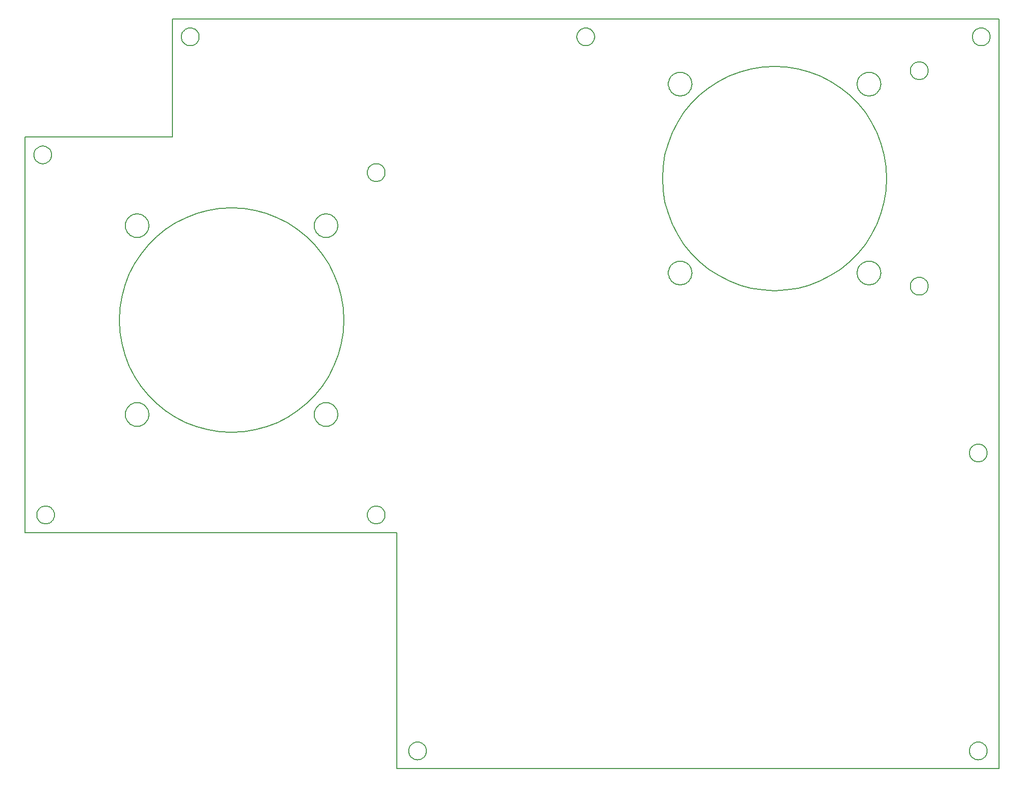
<source format=gm1>
G04 #@! TF.GenerationSoftware,KiCad,Pcbnew,5.1.5+dfsg1-2build2*
G04 #@! TF.CreationDate,2020-11-12T16:29:49+01:00*
G04 #@! TF.ProjectId,motherboard,6d6f7468-6572-4626-9f61-72642e6b6963,v0.3*
G04 #@! TF.SameCoordinates,Original*
G04 #@! TF.FileFunction,Profile,NP*
%FSLAX46Y46*%
G04 Gerber Fmt 4.6, Leading zero omitted, Abs format (unit mm)*
G04 Created by KiCad (PCBNEW 5.1.5+dfsg1-2build2) date 2020-11-12 16:29:49*
%MOMM*%
%LPD*%
G04 APERTURE LIST*
%ADD10C,0.200000*%
G04 APERTURE END LIST*
D10*
X91500000Y-150500000D02*
X91343200Y-150491800D01*
X91656800Y-150491800D02*
X91500000Y-150500000D01*
X91811900Y-150467200D02*
X91656800Y-150491800D01*
X91963500Y-150426600D02*
X91811900Y-150467200D01*
X92110100Y-150370300D02*
X91963500Y-150426600D01*
X92250000Y-150299000D02*
X92110100Y-150370300D01*
X92381700Y-150213500D02*
X92250000Y-150299000D01*
X92503700Y-150114700D02*
X92381700Y-150213500D01*
X92614700Y-150003699D02*
X92503700Y-150114700D01*
X92713500Y-149881700D02*
X92614700Y-150003699D01*
X92799000Y-149750000D02*
X92713500Y-149881700D01*
X92870300Y-149610100D02*
X92799000Y-149750000D01*
X92926600Y-149463500D02*
X92870300Y-149610100D01*
X92967199Y-149311899D02*
X92926600Y-149463500D01*
X92991800Y-149156800D02*
X92967199Y-149311899D01*
X93000000Y-149000000D02*
X92991800Y-149156800D01*
X92991800Y-148843200D02*
X93000000Y-149000000D01*
X92967199Y-148688100D02*
X92991800Y-148843200D01*
X92926600Y-148536500D02*
X92967199Y-148688100D01*
X92870300Y-148389900D02*
X92926600Y-148536500D01*
X92799000Y-148250000D02*
X92870300Y-148389900D01*
X92713500Y-148118300D02*
X92799000Y-148250000D01*
X92614700Y-147996300D02*
X92713500Y-148118300D01*
X92503700Y-147885300D02*
X92614700Y-147996300D01*
X92381700Y-147786500D02*
X92503700Y-147885300D01*
X92250000Y-147701000D02*
X92381700Y-147786500D01*
X92110100Y-147629700D02*
X92250000Y-147701000D01*
X91963500Y-147573400D02*
X92110100Y-147629700D01*
X91811900Y-147532800D02*
X91963500Y-147573400D01*
X91656800Y-147508200D02*
X91811900Y-147532800D01*
X91500000Y-147500000D02*
X91656800Y-147508200D01*
X91343200Y-147508200D02*
X91500000Y-147500000D01*
X91188099Y-147532800D02*
X91343200Y-147508200D01*
X91036500Y-147573400D02*
X91188099Y-147532800D01*
X90889900Y-147629700D02*
X91036500Y-147573400D01*
X90750000Y-147701000D02*
X90889900Y-147629700D01*
X90618300Y-147786500D02*
X90750000Y-147701000D01*
X90496300Y-147885300D02*
X90618300Y-147786500D01*
X90385300Y-147996300D02*
X90496300Y-147885300D01*
X90286500Y-148118300D02*
X90385300Y-147996300D01*
X90201000Y-148250000D02*
X90286500Y-148118300D01*
X90129700Y-148389900D02*
X90201000Y-148250000D01*
X90073399Y-148536500D02*
X90129700Y-148389900D01*
X90032800Y-148688100D02*
X90073399Y-148536500D01*
X90008200Y-148843200D02*
X90032800Y-148688100D01*
X90000000Y-149000000D02*
X90008200Y-148843200D01*
X90008200Y-149156800D02*
X90000000Y-149000000D01*
X90032800Y-149311899D02*
X90008200Y-149156800D01*
X90073399Y-149463500D02*
X90032800Y-149311899D01*
X90129700Y-149610100D02*
X90073399Y-149463500D01*
X90201000Y-149750000D02*
X90129700Y-149610100D01*
X90286500Y-149881700D02*
X90201000Y-149750000D01*
X90385300Y-150003699D02*
X90286500Y-149881700D01*
X90496300Y-150114700D02*
X90385300Y-150003699D01*
X90618300Y-150213500D02*
X90496300Y-150114700D01*
X90750000Y-150299000D02*
X90618300Y-150213500D01*
X90889900Y-150370300D02*
X90750000Y-150299000D01*
X91036500Y-150426600D02*
X90889900Y-150370300D01*
X91188099Y-150467200D02*
X91036500Y-150426600D01*
X91343200Y-150491800D02*
X91188099Y-150467200D01*
X186500000Y-150500000D02*
X186343200Y-150491800D01*
X186656800Y-150491800D02*
X186500000Y-150500000D01*
X186811899Y-150467200D02*
X186656800Y-150491800D01*
X186963500Y-150426600D02*
X186811899Y-150467200D01*
X187110100Y-150370300D02*
X186963500Y-150426600D01*
X187250000Y-150299000D02*
X187110100Y-150370300D01*
X187381700Y-150213500D02*
X187250000Y-150299000D01*
X187503699Y-150114700D02*
X187381700Y-150213500D01*
X187614700Y-150003699D02*
X187503699Y-150114700D01*
X187713500Y-149881700D02*
X187614700Y-150003699D01*
X187799000Y-149750000D02*
X187713500Y-149881700D01*
X187870300Y-149610100D02*
X187799000Y-149750000D01*
X187926600Y-149463500D02*
X187870300Y-149610100D01*
X187967200Y-149311899D02*
X187926600Y-149463500D01*
X187991800Y-149156800D02*
X187967200Y-149311899D01*
X188000000Y-149000000D02*
X187991800Y-149156800D01*
X187991800Y-148843200D02*
X188000000Y-149000000D01*
X187967200Y-148688100D02*
X187991800Y-148843200D01*
X187926600Y-148536500D02*
X187967200Y-148688100D01*
X187870300Y-148389900D02*
X187926600Y-148536500D01*
X187799000Y-148250000D02*
X187870300Y-148389900D01*
X187713500Y-148118300D02*
X187799000Y-148250000D01*
X187614700Y-147996300D02*
X187713500Y-148118300D01*
X187503699Y-147885300D02*
X187614700Y-147996300D01*
X187381700Y-147786500D02*
X187503699Y-147885300D01*
X187250000Y-147701000D02*
X187381700Y-147786500D01*
X187110100Y-147629700D02*
X187250000Y-147701000D01*
X186963500Y-147573400D02*
X187110100Y-147629700D01*
X186811899Y-147532800D02*
X186963500Y-147573400D01*
X186656800Y-147508200D02*
X186811899Y-147532800D01*
X186500000Y-147500000D02*
X186656800Y-147508200D01*
X186343200Y-147508200D02*
X186500000Y-147500000D01*
X186188100Y-147532800D02*
X186343200Y-147508200D01*
X186036500Y-147573400D02*
X186188100Y-147532800D01*
X185889900Y-147629700D02*
X186036500Y-147573400D01*
X185750000Y-147701000D02*
X185889900Y-147629700D01*
X185618300Y-147786500D02*
X185750000Y-147701000D01*
X185496300Y-147885300D02*
X185618300Y-147786500D01*
X185385300Y-147996300D02*
X185496300Y-147885300D01*
X185286500Y-148118300D02*
X185385300Y-147996300D01*
X185201000Y-148250000D02*
X185286500Y-148118300D01*
X185129700Y-148389900D02*
X185201000Y-148250000D01*
X185073400Y-148536500D02*
X185129700Y-148389900D01*
X185032800Y-148688100D02*
X185073400Y-148536500D01*
X185008200Y-148843200D02*
X185032800Y-148688100D01*
X185000000Y-149000000D02*
X185008200Y-148843200D01*
X185008200Y-149156800D02*
X185000000Y-149000000D01*
X185032800Y-149311899D02*
X185008200Y-149156800D01*
X185073400Y-149463500D02*
X185032800Y-149311899D01*
X185129700Y-149610100D02*
X185073400Y-149463500D01*
X185201000Y-149750000D02*
X185129700Y-149610100D01*
X185286500Y-149881700D02*
X185201000Y-149750000D01*
X185385300Y-150003699D02*
X185286500Y-149881700D01*
X185496300Y-150114700D02*
X185385300Y-150003699D01*
X185618300Y-150213500D02*
X185496300Y-150114700D01*
X185750000Y-150299000D02*
X185618300Y-150213500D01*
X185889900Y-150370300D02*
X185750000Y-150299000D01*
X186036500Y-150426600D02*
X185889900Y-150370300D01*
X186188100Y-150467200D02*
X186036500Y-150426600D01*
X186343200Y-150491800D02*
X186188100Y-150467200D01*
X84500000Y-110500000D02*
X84343200Y-110491800D01*
X84656800Y-110491800D02*
X84500000Y-110500000D01*
X84811900Y-110467199D02*
X84656800Y-110491800D01*
X84963500Y-110426600D02*
X84811900Y-110467199D01*
X85110100Y-110370300D02*
X84963500Y-110426600D01*
X85250000Y-110299000D02*
X85110100Y-110370300D01*
X85381700Y-110213500D02*
X85250000Y-110299000D01*
X85503700Y-110114700D02*
X85381700Y-110213500D01*
X85614700Y-110003700D02*
X85503700Y-110114700D01*
X85713500Y-109881700D02*
X85614700Y-110003700D01*
X85799000Y-109750000D02*
X85713500Y-109881700D01*
X85870300Y-109610100D02*
X85799000Y-109750000D01*
X85926600Y-109463500D02*
X85870300Y-109610100D01*
X85967199Y-109311900D02*
X85926600Y-109463500D01*
X85991800Y-109156800D02*
X85967199Y-109311900D01*
X86000000Y-109000000D02*
X85991800Y-109156800D01*
X85991800Y-108843200D02*
X86000000Y-109000000D01*
X85967199Y-108688099D02*
X85991800Y-108843200D01*
X85926600Y-108536499D02*
X85967199Y-108688099D01*
X85870300Y-108389900D02*
X85926600Y-108536499D01*
X85799000Y-108250000D02*
X85870300Y-108389900D01*
X85713500Y-108118300D02*
X85799000Y-108250000D01*
X85614700Y-107996299D02*
X85713500Y-108118300D01*
X85503700Y-107885300D02*
X85614700Y-107996299D01*
X85381700Y-107786499D02*
X85503700Y-107885300D01*
X85250000Y-107701000D02*
X85381700Y-107786499D01*
X85110100Y-107629700D02*
X85250000Y-107701000D01*
X84963500Y-107573399D02*
X85110100Y-107629700D01*
X84811900Y-107532800D02*
X84963500Y-107573399D01*
X84656800Y-107508200D02*
X84811900Y-107532800D01*
X84500000Y-107500000D02*
X84656800Y-107508200D01*
X84343200Y-107508200D02*
X84500000Y-107500000D01*
X84188099Y-107532800D02*
X84343200Y-107508200D01*
X84036499Y-107573399D02*
X84188099Y-107532800D01*
X83889900Y-107629700D02*
X84036499Y-107573399D01*
X83750000Y-107701000D02*
X83889900Y-107629700D01*
X83618300Y-107786499D02*
X83750000Y-107701000D01*
X83496299Y-107885300D02*
X83618300Y-107786499D01*
X83385300Y-107996299D02*
X83496299Y-107885300D01*
X83286499Y-108118300D02*
X83385300Y-107996299D01*
X83201000Y-108250000D02*
X83286499Y-108118300D01*
X83129700Y-108389900D02*
X83201000Y-108250000D01*
X83073399Y-108536499D02*
X83129700Y-108389900D01*
X83032800Y-108688099D02*
X83073399Y-108536499D01*
X83008200Y-108843200D02*
X83032800Y-108688099D01*
X83000000Y-109000000D02*
X83008200Y-108843200D01*
X83008200Y-109156800D02*
X83000000Y-109000000D01*
X83032800Y-109311900D02*
X83008200Y-109156800D01*
X83073399Y-109463500D02*
X83032800Y-109311900D01*
X83129700Y-109610100D02*
X83073399Y-109463500D01*
X83201000Y-109750000D02*
X83129700Y-109610100D01*
X83286499Y-109881700D02*
X83201000Y-109750000D01*
X83385300Y-110003700D02*
X83286499Y-109881700D01*
X83496299Y-110114700D02*
X83385300Y-110003700D01*
X83618300Y-110213500D02*
X83496299Y-110114700D01*
X83750000Y-110299000D02*
X83618300Y-110213500D01*
X83889900Y-110370300D02*
X83750000Y-110299000D01*
X84036499Y-110426600D02*
X83889900Y-110370300D01*
X84188099Y-110467199D02*
X84036499Y-110426600D01*
X84343200Y-110491800D02*
X84188099Y-110467199D01*
X28500000Y-110500000D02*
X28343199Y-110491800D01*
X28656800Y-110491800D02*
X28500000Y-110500000D01*
X28811899Y-110467199D02*
X28656800Y-110491800D01*
X28963499Y-110426600D02*
X28811899Y-110467199D01*
X29110100Y-110370300D02*
X28963499Y-110426600D01*
X29250000Y-110299000D02*
X29110100Y-110370300D01*
X29381699Y-110213500D02*
X29250000Y-110299000D01*
X29503699Y-110114700D02*
X29381699Y-110213500D01*
X29614700Y-110003700D02*
X29503699Y-110114700D01*
X29713499Y-109881700D02*
X29614700Y-110003700D01*
X29799000Y-109750000D02*
X29713499Y-109881700D01*
X29870300Y-109610100D02*
X29799000Y-109750000D01*
X29926599Y-109463500D02*
X29870300Y-109610100D01*
X29967200Y-109311900D02*
X29926599Y-109463500D01*
X29991799Y-109156800D02*
X29967200Y-109311900D01*
X30000000Y-109000000D02*
X29991799Y-109156800D01*
X29991799Y-108843200D02*
X30000000Y-109000000D01*
X29967200Y-108688099D02*
X29991799Y-108843200D01*
X29926599Y-108536499D02*
X29967200Y-108688099D01*
X29870300Y-108389900D02*
X29926599Y-108536499D01*
X29799000Y-108250000D02*
X29870300Y-108389900D01*
X29713499Y-108118300D02*
X29799000Y-108250000D01*
X29614700Y-107996299D02*
X29713499Y-108118300D01*
X29503699Y-107885300D02*
X29614700Y-107996299D01*
X29381699Y-107786499D02*
X29503699Y-107885300D01*
X29250000Y-107701000D02*
X29381699Y-107786499D01*
X29110100Y-107629700D02*
X29250000Y-107701000D01*
X28963499Y-107573399D02*
X29110100Y-107629700D01*
X28811899Y-107532800D02*
X28963499Y-107573399D01*
X28656800Y-107508200D02*
X28811899Y-107532800D01*
X28500000Y-107500000D02*
X28656800Y-107508200D01*
X28343199Y-107508200D02*
X28500000Y-107500000D01*
X28188100Y-107532800D02*
X28343199Y-107508200D01*
X28036500Y-107573399D02*
X28188100Y-107532800D01*
X27889899Y-107629700D02*
X28036500Y-107573399D01*
X27750000Y-107701000D02*
X27889899Y-107629700D01*
X27618300Y-107786499D02*
X27750000Y-107701000D01*
X27496300Y-107885300D02*
X27618300Y-107786499D01*
X27385300Y-107996299D02*
X27496300Y-107885300D01*
X27286500Y-108118300D02*
X27385300Y-107996299D01*
X27200999Y-108250000D02*
X27286500Y-108118300D01*
X27129700Y-108389900D02*
X27200999Y-108250000D01*
X27073400Y-108536499D02*
X27129700Y-108389900D01*
X27032799Y-108688099D02*
X27073400Y-108536499D01*
X27008200Y-108843200D02*
X27032799Y-108688099D01*
X27000000Y-109000000D02*
X27008200Y-108843200D01*
X27008200Y-109156800D02*
X27000000Y-109000000D01*
X27032799Y-109311900D02*
X27008200Y-109156800D01*
X27073400Y-109463500D02*
X27032799Y-109311900D01*
X27129700Y-109610100D02*
X27073400Y-109463500D01*
X27200999Y-109750000D02*
X27129700Y-109610100D01*
X27286500Y-109881700D02*
X27200999Y-109750000D01*
X27385300Y-110003700D02*
X27286500Y-109881700D01*
X27496300Y-110114700D02*
X27385300Y-110003700D01*
X27618300Y-110213500D02*
X27496300Y-110114700D01*
X27750000Y-110299000D02*
X27618300Y-110213500D01*
X27889899Y-110370300D02*
X27750000Y-110299000D01*
X28036500Y-110426600D02*
X27889899Y-110370300D01*
X28188100Y-110467199D02*
X28036500Y-110426600D01*
X28343199Y-110491800D02*
X28188100Y-110467199D01*
X186500000Y-100000000D02*
X186343200Y-99991800D01*
X186656800Y-99991800D02*
X186500000Y-100000000D01*
X186811899Y-99967199D02*
X186656800Y-99991800D01*
X186963500Y-99926600D02*
X186811899Y-99967199D01*
X187110100Y-99870300D02*
X186963500Y-99926600D01*
X187250000Y-99799000D02*
X187110100Y-99870300D01*
X187381700Y-99713500D02*
X187250000Y-99799000D01*
X187503699Y-99614700D02*
X187381700Y-99713500D01*
X187614700Y-99503700D02*
X187503699Y-99614700D01*
X187713500Y-99381700D02*
X187614700Y-99503700D01*
X187799000Y-99250000D02*
X187713500Y-99381700D01*
X187870300Y-99110100D02*
X187799000Y-99250000D01*
X187926600Y-98963500D02*
X187870300Y-99110100D01*
X187967200Y-98811900D02*
X187926600Y-98963500D01*
X187991800Y-98656800D02*
X187967200Y-98811900D01*
X188000000Y-98500000D02*
X187991800Y-98656800D01*
X187991800Y-98343200D02*
X188000000Y-98500000D01*
X187967200Y-98188099D02*
X187991800Y-98343200D01*
X187926600Y-98036500D02*
X187967200Y-98188099D01*
X187870300Y-97889900D02*
X187926600Y-98036500D01*
X187799000Y-97750000D02*
X187870300Y-97889900D01*
X187713500Y-97618300D02*
X187799000Y-97750000D01*
X187614700Y-97496300D02*
X187713500Y-97618300D01*
X187503699Y-97385300D02*
X187614700Y-97496300D01*
X187381700Y-97286500D02*
X187503699Y-97385300D01*
X187250000Y-97201000D02*
X187381700Y-97286500D01*
X187110100Y-97129700D02*
X187250000Y-97201000D01*
X186963500Y-97073399D02*
X187110100Y-97129700D01*
X186811899Y-97032800D02*
X186963500Y-97073399D01*
X186656800Y-97008200D02*
X186811899Y-97032800D01*
X186500000Y-97000000D02*
X186656800Y-97008200D01*
X186343200Y-97008200D02*
X186500000Y-97000000D01*
X186188100Y-97032800D02*
X186343200Y-97008200D01*
X186036500Y-97073399D02*
X186188100Y-97032800D01*
X185889900Y-97129700D02*
X186036500Y-97073399D01*
X185750000Y-97201000D02*
X185889900Y-97129700D01*
X185618300Y-97286500D02*
X185750000Y-97201000D01*
X185496300Y-97385300D02*
X185618300Y-97286500D01*
X185385300Y-97496300D02*
X185496300Y-97385300D01*
X185286500Y-97618300D02*
X185385300Y-97496300D01*
X185201000Y-97750000D02*
X185286500Y-97618300D01*
X185129700Y-97889900D02*
X185201000Y-97750000D01*
X185073400Y-98036500D02*
X185129700Y-97889900D01*
X185032800Y-98188099D02*
X185073400Y-98036500D01*
X185008200Y-98343200D02*
X185032800Y-98188099D01*
X185000000Y-98500000D02*
X185008200Y-98343200D01*
X185008200Y-98656800D02*
X185000000Y-98500000D01*
X185032800Y-98811900D02*
X185008200Y-98656800D01*
X185073400Y-98963500D02*
X185032800Y-98811900D01*
X185129700Y-99110100D02*
X185073400Y-98963500D01*
X185201000Y-99250000D02*
X185129700Y-99110100D01*
X185286500Y-99381700D02*
X185201000Y-99250000D01*
X185385300Y-99503700D02*
X185286500Y-99381700D01*
X185496300Y-99614700D02*
X185385300Y-99503700D01*
X185618300Y-99713500D02*
X185496300Y-99614700D01*
X185750000Y-99799000D02*
X185618300Y-99713500D01*
X185889900Y-99870300D02*
X185750000Y-99799000D01*
X186036500Y-99926600D02*
X185889900Y-99870300D01*
X186188100Y-99967199D02*
X186036500Y-99926600D01*
X186343200Y-99991800D02*
X186188100Y-99967199D01*
X76000000Y-94000000D02*
X75791000Y-93989000D01*
X76209100Y-93989000D02*
X76000000Y-94000000D01*
X76415799Y-93956300D02*
X76209100Y-93989000D01*
X76618000Y-93902100D02*
X76415799Y-93956300D01*
X76813500Y-93827100D02*
X76618000Y-93902100D01*
X77000000Y-93732000D02*
X76813500Y-93827100D01*
X77175600Y-93618000D02*
X77000000Y-93732000D01*
X77338300Y-93486300D02*
X77175600Y-93618000D01*
X77486300Y-93338300D02*
X77338300Y-93486300D01*
X77618000Y-93175600D02*
X77486300Y-93338300D01*
X77732100Y-93000000D02*
X77618000Y-93175600D01*
X77827100Y-92813500D02*
X77732100Y-93000000D01*
X77902099Y-92618000D02*
X77827100Y-92813500D01*
X77956300Y-92415800D02*
X77902099Y-92618000D01*
X77989000Y-92209000D02*
X77956300Y-92415800D01*
X78000000Y-92000000D02*
X77989000Y-92209000D01*
X77989000Y-91790900D02*
X78000000Y-92000000D01*
X77956300Y-91584200D02*
X77989000Y-91790900D01*
X77902099Y-91382000D02*
X77956300Y-91584200D01*
X77827100Y-91186500D02*
X77902099Y-91382000D01*
X77732100Y-91000000D02*
X77827100Y-91186500D01*
X77618000Y-90824400D02*
X77732100Y-91000000D01*
X77486300Y-90661700D02*
X77618000Y-90824400D01*
X77338300Y-90513700D02*
X77486300Y-90661700D01*
X77175600Y-90382000D02*
X77338300Y-90513700D01*
X77000000Y-90267900D02*
X77175600Y-90382000D01*
X76813500Y-90172900D02*
X77000000Y-90267900D01*
X76618000Y-90097900D02*
X76813500Y-90172900D01*
X76415799Y-90043700D02*
X76618000Y-90097900D01*
X76209100Y-90011000D02*
X76415799Y-90043700D01*
X76000000Y-90000000D02*
X76209100Y-90011000D01*
X75791000Y-90011000D02*
X76000000Y-90000000D01*
X75584200Y-90043700D02*
X75791000Y-90011000D01*
X75382000Y-90097900D02*
X75584200Y-90043700D01*
X75186500Y-90172900D02*
X75382000Y-90097900D01*
X75000000Y-90267900D02*
X75186500Y-90172900D01*
X74824400Y-90382000D02*
X75000000Y-90267900D01*
X74661700Y-90513700D02*
X74824400Y-90382000D01*
X74513700Y-90661700D02*
X74661700Y-90513700D01*
X74382000Y-90824400D02*
X74513700Y-90661700D01*
X74268000Y-91000000D02*
X74382000Y-90824400D01*
X74172900Y-91186500D02*
X74268000Y-91000000D01*
X74097900Y-91382000D02*
X74172900Y-91186500D01*
X74043700Y-91584200D02*
X74097900Y-91382000D01*
X74011000Y-91790900D02*
X74043700Y-91584200D01*
X74000000Y-92000000D02*
X74011000Y-91790900D01*
X74011000Y-92209000D02*
X74000000Y-92000000D01*
X74043700Y-92415800D02*
X74011000Y-92209000D01*
X74097900Y-92618000D02*
X74043700Y-92415800D01*
X74172900Y-92813500D02*
X74097900Y-92618000D01*
X74268000Y-93000000D02*
X74172900Y-92813500D01*
X74382000Y-93175600D02*
X74268000Y-93000000D01*
X74513700Y-93338300D02*
X74382000Y-93175600D01*
X74661700Y-93486300D02*
X74513700Y-93338300D01*
X74824400Y-93618000D02*
X74661700Y-93486300D01*
X75000000Y-93732000D02*
X74824400Y-93618000D01*
X75186500Y-93827100D02*
X75000000Y-93732000D01*
X75382000Y-93902100D02*
X75186500Y-93827100D01*
X75584200Y-93956300D02*
X75382000Y-93902100D01*
X75791000Y-93989000D02*
X75584200Y-93956300D01*
X44000000Y-94000000D02*
X43791000Y-93989000D01*
X44209100Y-93989000D02*
X44000000Y-94000000D01*
X44415800Y-93956300D02*
X44209100Y-93989000D01*
X44617999Y-93902100D02*
X44415800Y-93956300D01*
X44813500Y-93827100D02*
X44617999Y-93902100D01*
X45000000Y-93732000D02*
X44813500Y-93827100D01*
X45175600Y-93618000D02*
X45000000Y-93732000D01*
X45338300Y-93486300D02*
X45175600Y-93618000D01*
X45486300Y-93338300D02*
X45338300Y-93486300D01*
X45617999Y-93175600D02*
X45486300Y-93338300D01*
X45732100Y-93000000D02*
X45617999Y-93175600D01*
X45827100Y-92813500D02*
X45732100Y-93000000D01*
X45902100Y-92618000D02*
X45827100Y-92813500D01*
X45956300Y-92415800D02*
X45902100Y-92618000D01*
X45989000Y-92209000D02*
X45956300Y-92415800D01*
X46000000Y-92000000D02*
X45989000Y-92209000D01*
X45989000Y-91790900D02*
X46000000Y-92000000D01*
X45956300Y-91584200D02*
X45989000Y-91790900D01*
X45902100Y-91382000D02*
X45956300Y-91584200D01*
X45827100Y-91186500D02*
X45902100Y-91382000D01*
X45732100Y-91000000D02*
X45827100Y-91186500D01*
X45617999Y-90824400D02*
X45732100Y-91000000D01*
X45486300Y-90661700D02*
X45617999Y-90824400D01*
X45338300Y-90513700D02*
X45486300Y-90661700D01*
X45175600Y-90382000D02*
X45338300Y-90513700D01*
X45000000Y-90267900D02*
X45175600Y-90382000D01*
X44813500Y-90172900D02*
X45000000Y-90267900D01*
X44617999Y-90097900D02*
X44813500Y-90172900D01*
X44415800Y-90043700D02*
X44617999Y-90097900D01*
X44209100Y-90011000D02*
X44415800Y-90043700D01*
X44000000Y-90000000D02*
X44209100Y-90011000D01*
X43791000Y-90011000D02*
X44000000Y-90000000D01*
X43584199Y-90043700D02*
X43791000Y-90011000D01*
X43382000Y-90097900D02*
X43584199Y-90043700D01*
X43186499Y-90172900D02*
X43382000Y-90097900D01*
X43000000Y-90267900D02*
X43186499Y-90172900D01*
X42824400Y-90382000D02*
X43000000Y-90267900D01*
X42661699Y-90513700D02*
X42824400Y-90382000D01*
X42513700Y-90661700D02*
X42661699Y-90513700D01*
X42382000Y-90824400D02*
X42513700Y-90661700D01*
X42268000Y-91000000D02*
X42382000Y-90824400D01*
X42172900Y-91186500D02*
X42268000Y-91000000D01*
X42097899Y-91382000D02*
X42172900Y-91186500D01*
X42043700Y-91584200D02*
X42097899Y-91382000D01*
X42010999Y-91790900D02*
X42043700Y-91584200D01*
X42000000Y-92000000D02*
X42010999Y-91790900D01*
X42010999Y-92209000D02*
X42000000Y-92000000D01*
X42043700Y-92415800D02*
X42010999Y-92209000D01*
X42097899Y-92618000D02*
X42043700Y-92415800D01*
X42172900Y-92813500D02*
X42097899Y-92618000D01*
X42268000Y-93000000D02*
X42172900Y-92813500D01*
X42382000Y-93175600D02*
X42268000Y-93000000D01*
X42513700Y-93338300D02*
X42382000Y-93175600D01*
X42661699Y-93486300D02*
X42513700Y-93338300D01*
X42824400Y-93618000D02*
X42661699Y-93486300D01*
X43000000Y-93732000D02*
X42824400Y-93618000D01*
X43186499Y-93827100D02*
X43000000Y-93732000D01*
X43382000Y-93902100D02*
X43186499Y-93827100D01*
X43584199Y-93956300D02*
X43382000Y-93902100D01*
X43791000Y-93989000D02*
X43584199Y-93956300D01*
X176500000Y-71750000D02*
X176343200Y-71741780D01*
X176656800Y-71741780D02*
X176500000Y-71750000D01*
X176811900Y-71717210D02*
X176656800Y-71741780D01*
X176963500Y-71676570D02*
X176811900Y-71717210D01*
X177110100Y-71620320D02*
X176963500Y-71676570D01*
X177250000Y-71549030D02*
X177110100Y-71620320D01*
X177381700Y-71463520D02*
X177250000Y-71549030D01*
X177503700Y-71364720D02*
X177381700Y-71463520D01*
X177614700Y-71253690D02*
X177503700Y-71364720D01*
X177713500Y-71131670D02*
X177614700Y-71253690D01*
X177799000Y-71000000D02*
X177713500Y-71131670D01*
X177870300Y-70860092D02*
X177799000Y-71000000D01*
X177926600Y-70713516D02*
X177870300Y-70860092D01*
X177967200Y-70561859D02*
X177926600Y-70713516D01*
X177991800Y-70406784D02*
X177967200Y-70561859D01*
X178000000Y-70250000D02*
X177991800Y-70406784D01*
X177991800Y-70093200D02*
X178000000Y-70250000D01*
X177967200Y-69938125D02*
X177991800Y-70093200D01*
X177926600Y-69786469D02*
X177967200Y-69938125D01*
X177870300Y-69639893D02*
X177926600Y-69786469D01*
X177799000Y-69500000D02*
X177870300Y-69639893D01*
X177713500Y-69368317D02*
X177799000Y-69500000D01*
X177614700Y-69246292D02*
X177713500Y-69368317D01*
X177503700Y-69135269D02*
X177614700Y-69246292D01*
X177381700Y-69036469D02*
X177503700Y-69135269D01*
X177250000Y-68950960D02*
X177381700Y-69036469D01*
X177110100Y-68879670D02*
X177250000Y-68950960D01*
X176963500Y-68823410D02*
X177110100Y-68879670D01*
X176811900Y-68782780D02*
X176963500Y-68823410D01*
X176656800Y-68758210D02*
X176811900Y-68782780D01*
X176500000Y-68750000D02*
X176656800Y-68758210D01*
X176343200Y-68758210D02*
X176500000Y-68750000D01*
X176188100Y-68782780D02*
X176343200Y-68758210D01*
X176036500Y-68823410D02*
X176188100Y-68782780D01*
X175889900Y-68879670D02*
X176036500Y-68823410D01*
X175750000Y-68950960D02*
X175889900Y-68879670D01*
X175618300Y-69036469D02*
X175750000Y-68950960D01*
X175496300Y-69135269D02*
X175618300Y-69036469D01*
X175385300Y-69246292D02*
X175496300Y-69135269D01*
X175286500Y-69368317D02*
X175385300Y-69246292D01*
X175201000Y-69500000D02*
X175286500Y-69368317D01*
X175129700Y-69639893D02*
X175201000Y-69500000D01*
X175073400Y-69786469D02*
X175129700Y-69639893D01*
X175032800Y-69938125D02*
X175073400Y-69786469D01*
X175008200Y-70093200D02*
X175032800Y-69938125D01*
X175000000Y-70250000D02*
X175008200Y-70093200D01*
X175008200Y-70406784D02*
X175000000Y-70250000D01*
X175032800Y-70561859D02*
X175008200Y-70406784D01*
X175073400Y-70713516D02*
X175032800Y-70561859D01*
X175129700Y-70860092D02*
X175073400Y-70713516D01*
X175201000Y-71000000D02*
X175129700Y-70860092D01*
X175286500Y-71131670D02*
X175201000Y-71000000D01*
X175385300Y-71253690D02*
X175286500Y-71131670D01*
X175496300Y-71364720D02*
X175385300Y-71253690D01*
X175618300Y-71463520D02*
X175496300Y-71364720D01*
X175750000Y-71549030D02*
X175618300Y-71463520D01*
X175889900Y-71620320D02*
X175750000Y-71549030D01*
X176036500Y-71676570D02*
X175889900Y-71620320D01*
X176188100Y-71717210D02*
X176036500Y-71676570D01*
X176343200Y-71741780D02*
X176188100Y-71717210D01*
X168000000Y-70000000D02*
X167790900Y-69989044D01*
X168209000Y-69989044D02*
X168000000Y-70000000D01*
X168415800Y-69956298D02*
X168209000Y-69989044D01*
X168618000Y-69902114D02*
X168415800Y-69956298D01*
X168813500Y-69827103D02*
X168618000Y-69902114D01*
X169000000Y-69732056D02*
X168813500Y-69827103D01*
X169175600Y-69618042D02*
X169000000Y-69732056D01*
X169338300Y-69486298D02*
X169175600Y-69618042D01*
X169486300Y-69338272D02*
X169338300Y-69486298D01*
X169618000Y-69175583D02*
X169486300Y-69338272D01*
X169732000Y-69000000D02*
X169618000Y-69175583D01*
X169827100Y-68813480D02*
X169732000Y-69000000D01*
X169902100Y-68618040D02*
X169827100Y-68813480D01*
X169956300Y-68415830D02*
X169902100Y-68618040D01*
X169989000Y-68209060D02*
X169956300Y-68415830D01*
X170000000Y-68000000D02*
X169989000Y-68209060D01*
X169989000Y-67790950D02*
X170000000Y-68000000D01*
X169956300Y-67584180D02*
X169989000Y-67790950D01*
X169902100Y-67381970D02*
X169956300Y-67584180D01*
X169827100Y-67186540D02*
X169902100Y-67381970D01*
X169732000Y-67000000D02*
X169827100Y-67186540D01*
X169618000Y-66824430D02*
X169732000Y-67000000D01*
X169486300Y-66661739D02*
X169618000Y-66824430D01*
X169338300Y-66513720D02*
X169486300Y-66661739D01*
X169175600Y-66381969D02*
X169338300Y-66513720D01*
X169000000Y-66267960D02*
X169175600Y-66381969D01*
X168813500Y-66172910D02*
X169000000Y-66267960D01*
X168618000Y-66097899D02*
X168813500Y-66172910D01*
X168415800Y-66043719D02*
X168618000Y-66097899D01*
X168209000Y-66010970D02*
X168415800Y-66043719D01*
X168000000Y-66000000D02*
X168209000Y-66010970D01*
X167790900Y-66010970D02*
X168000000Y-66000000D01*
X167584200Y-66043719D02*
X167790900Y-66010970D01*
X167382000Y-66097899D02*
X167584200Y-66043719D01*
X167186500Y-66172910D02*
X167382000Y-66097899D01*
X167000000Y-66267960D02*
X167186500Y-66172910D01*
X166824400Y-66381969D02*
X167000000Y-66267960D01*
X166661700Y-66513720D02*
X166824400Y-66381969D01*
X166513700Y-66661739D02*
X166661700Y-66513720D01*
X166382000Y-66824430D02*
X166513700Y-66661739D01*
X166267900Y-67000000D02*
X166382000Y-66824430D01*
X166172900Y-67186540D02*
X166267900Y-67000000D01*
X166097900Y-67381970D02*
X166172900Y-67186540D01*
X166043700Y-67584180D02*
X166097900Y-67381970D01*
X166011000Y-67790950D02*
X166043700Y-67584180D01*
X166000000Y-68000000D02*
X166011000Y-67790950D01*
X166011000Y-68209060D02*
X166000000Y-68000000D01*
X166043700Y-68415830D02*
X166011000Y-68209060D01*
X166097900Y-68618040D02*
X166043700Y-68415830D01*
X166172900Y-68813480D02*
X166097900Y-68618040D01*
X166267900Y-69000000D02*
X166172900Y-68813480D01*
X166382000Y-69175583D02*
X166267900Y-69000000D01*
X166513700Y-69338272D02*
X166382000Y-69175583D01*
X166661700Y-69486298D02*
X166513700Y-69338272D01*
X166824400Y-69618042D02*
X166661700Y-69486298D01*
X167000000Y-69732056D02*
X166824400Y-69618042D01*
X167186500Y-69827103D02*
X167000000Y-69732056D01*
X167382000Y-69902114D02*
X167186500Y-69827103D01*
X167584200Y-69956298D02*
X167382000Y-69902114D01*
X167790900Y-69989044D02*
X167584200Y-69956298D01*
X136000000Y-70000000D02*
X135790900Y-69989044D01*
X136209000Y-69989044D02*
X136000000Y-70000000D01*
X136415800Y-69956298D02*
X136209000Y-69989044D01*
X136618000Y-69902114D02*
X136415800Y-69956298D01*
X136813500Y-69827103D02*
X136618000Y-69902114D01*
X137000000Y-69732056D02*
X136813500Y-69827103D01*
X137175600Y-69618042D02*
X137000000Y-69732056D01*
X137338300Y-69486298D02*
X137175600Y-69618042D01*
X137486300Y-69338272D02*
X137338300Y-69486298D01*
X137618000Y-69175583D02*
X137486300Y-69338272D01*
X137732000Y-69000000D02*
X137618000Y-69175583D01*
X137827100Y-68813480D02*
X137732000Y-69000000D01*
X137902100Y-68618040D02*
X137827100Y-68813480D01*
X137956300Y-68415830D02*
X137902100Y-68618040D01*
X137989000Y-68209060D02*
X137956300Y-68415830D01*
X138000000Y-68000000D02*
X137989000Y-68209060D01*
X137989000Y-67790950D02*
X138000000Y-68000000D01*
X137956300Y-67584180D02*
X137989000Y-67790950D01*
X137902100Y-67381970D02*
X137956300Y-67584180D01*
X137827100Y-67186540D02*
X137902100Y-67381970D01*
X137732000Y-67000000D02*
X137827100Y-67186540D01*
X137618000Y-66824430D02*
X137732000Y-67000000D01*
X137486300Y-66661739D02*
X137618000Y-66824430D01*
X137338300Y-66513720D02*
X137486300Y-66661739D01*
X137175600Y-66381969D02*
X137338300Y-66513720D01*
X137000000Y-66267960D02*
X137175600Y-66381969D01*
X136813500Y-66172910D02*
X137000000Y-66267960D01*
X136618000Y-66097899D02*
X136813500Y-66172910D01*
X136415800Y-66043719D02*
X136618000Y-66097899D01*
X136209000Y-66010970D02*
X136415800Y-66043719D01*
X136000000Y-66000000D02*
X136209000Y-66010970D01*
X135790900Y-66010970D02*
X136000000Y-66000000D01*
X135584200Y-66043719D02*
X135790900Y-66010970D01*
X135382000Y-66097899D02*
X135584200Y-66043719D01*
X135186500Y-66172910D02*
X135382000Y-66097899D01*
X135000000Y-66267960D02*
X135186500Y-66172910D01*
X134824400Y-66381969D02*
X135000000Y-66267960D01*
X134661700Y-66513720D02*
X134824400Y-66381969D01*
X134513700Y-66661739D02*
X134661700Y-66513720D01*
X134382000Y-66824430D02*
X134513700Y-66661739D01*
X134267900Y-67000000D02*
X134382000Y-66824430D01*
X134172900Y-67186540D02*
X134267900Y-67000000D01*
X134097900Y-67381970D02*
X134172900Y-67186540D01*
X134043700Y-67584180D02*
X134097900Y-67381970D01*
X134011000Y-67790950D02*
X134043700Y-67584180D01*
X134000000Y-68000000D02*
X134011000Y-67790950D01*
X134011000Y-68209060D02*
X134000000Y-68000000D01*
X134043700Y-68415830D02*
X134011000Y-68209060D01*
X134097900Y-68618040D02*
X134043700Y-68415830D01*
X134172900Y-68813480D02*
X134097900Y-68618040D01*
X134267900Y-69000000D02*
X134172900Y-68813480D01*
X134382000Y-69175583D02*
X134267900Y-69000000D01*
X134513700Y-69338272D02*
X134382000Y-69175583D01*
X134661700Y-69486298D02*
X134513700Y-69338272D01*
X134824400Y-69618042D02*
X134661700Y-69486298D01*
X135000000Y-69732056D02*
X134824400Y-69618042D01*
X135186500Y-69827103D02*
X135000000Y-69732056D01*
X135382000Y-69902114D02*
X135186500Y-69827103D01*
X135584200Y-69956298D02*
X135382000Y-69902114D01*
X135790900Y-69989044D02*
X135584200Y-69956298D01*
X44000000Y-62000000D02*
X43791000Y-61989040D01*
X44209100Y-61989040D02*
X44000000Y-62000000D01*
X44415800Y-61956300D02*
X44209100Y-61989040D01*
X44617999Y-61902110D02*
X44415800Y-61956300D01*
X44813500Y-61827100D02*
X44617999Y-61902110D01*
X45000000Y-61732060D02*
X44813500Y-61827100D01*
X45175600Y-61618040D02*
X45000000Y-61732060D01*
X45338300Y-61486300D02*
X45175600Y-61618040D01*
X45486300Y-61338270D02*
X45338300Y-61486300D01*
X45617999Y-61175580D02*
X45486300Y-61338270D01*
X45732100Y-61000000D02*
X45617999Y-61175580D01*
X45827100Y-60813480D02*
X45732100Y-61000000D01*
X45902100Y-60618040D02*
X45827100Y-60813480D01*
X45956300Y-60415830D02*
X45902100Y-60618040D01*
X45989000Y-60209060D02*
X45956300Y-60415830D01*
X46000000Y-60000000D02*
X45989000Y-60209060D01*
X45989000Y-59791000D02*
X46000000Y-60000000D01*
X45956300Y-59584199D02*
X45989000Y-59791000D01*
X45902100Y-59382000D02*
X45956300Y-59584199D01*
X45827100Y-59186500D02*
X45902100Y-59382000D01*
X45732100Y-59000000D02*
X45827100Y-59186500D01*
X45617999Y-58824400D02*
X45732100Y-59000000D01*
X45486300Y-58661699D02*
X45617999Y-58824400D01*
X45338300Y-58513700D02*
X45486300Y-58661699D01*
X45175600Y-58382000D02*
X45338300Y-58513700D01*
X45000000Y-58268000D02*
X45175600Y-58382000D01*
X44813500Y-58172900D02*
X45000000Y-58268000D01*
X44617999Y-58097899D02*
X44813500Y-58172900D01*
X44415800Y-58043700D02*
X44617999Y-58097899D01*
X44209100Y-58010999D02*
X44415800Y-58043700D01*
X44000000Y-58000000D02*
X44209100Y-58010999D01*
X43791000Y-58010999D02*
X44000000Y-58000000D01*
X43584199Y-58043700D02*
X43791000Y-58010999D01*
X43382000Y-58097899D02*
X43584199Y-58043700D01*
X43186499Y-58172900D02*
X43382000Y-58097899D01*
X43000000Y-58268000D02*
X43186499Y-58172900D01*
X42824400Y-58382000D02*
X43000000Y-58268000D01*
X42661699Y-58513700D02*
X42824400Y-58382000D01*
X42513700Y-58661699D02*
X42661699Y-58513700D01*
X42382000Y-58824400D02*
X42513700Y-58661699D01*
X42268000Y-59000000D02*
X42382000Y-58824400D01*
X42172900Y-59186500D02*
X42268000Y-59000000D01*
X42097899Y-59382000D02*
X42172900Y-59186500D01*
X42043700Y-59584199D02*
X42097899Y-59382000D01*
X42010999Y-59791000D02*
X42043700Y-59584199D01*
X42000000Y-60000000D02*
X42010999Y-59791000D01*
X42010999Y-60209060D02*
X42000000Y-60000000D01*
X42043700Y-60415830D02*
X42010999Y-60209060D01*
X42097899Y-60618040D02*
X42043700Y-60415830D01*
X42172900Y-60813480D02*
X42097899Y-60618040D01*
X42268000Y-61000000D02*
X42172900Y-60813480D01*
X42382000Y-61175580D02*
X42268000Y-61000000D01*
X42513700Y-61338270D02*
X42382000Y-61175580D01*
X42661699Y-61486300D02*
X42513700Y-61338270D01*
X42824400Y-61618040D02*
X42661699Y-61486300D01*
X43000000Y-61732060D02*
X42824400Y-61618040D01*
X43186499Y-61827100D02*
X43000000Y-61732060D01*
X43382000Y-61902110D02*
X43186499Y-61827100D01*
X43584199Y-61956300D02*
X43382000Y-61902110D01*
X43791000Y-61989040D02*
X43584199Y-61956300D01*
X76000000Y-62000000D02*
X75791000Y-61989040D01*
X76209100Y-61989040D02*
X76000000Y-62000000D01*
X76415799Y-61956300D02*
X76209100Y-61989040D01*
X76618000Y-61902110D02*
X76415799Y-61956300D01*
X76813500Y-61827100D02*
X76618000Y-61902110D01*
X77000000Y-61732060D02*
X76813500Y-61827100D01*
X77175600Y-61618040D02*
X77000000Y-61732060D01*
X77338300Y-61486300D02*
X77175600Y-61618040D01*
X77486300Y-61338270D02*
X77338300Y-61486300D01*
X77618000Y-61175580D02*
X77486300Y-61338270D01*
X77732100Y-61000000D02*
X77618000Y-61175580D01*
X77827100Y-60813480D02*
X77732100Y-61000000D01*
X77902099Y-60618040D02*
X77827100Y-60813480D01*
X77956300Y-60415830D02*
X77902099Y-60618040D01*
X77989000Y-60209060D02*
X77956300Y-60415830D01*
X78000000Y-60000000D02*
X77989000Y-60209060D01*
X77989000Y-59791000D02*
X78000000Y-60000000D01*
X77956300Y-59584199D02*
X77989000Y-59791000D01*
X77902099Y-59382000D02*
X77956300Y-59584199D01*
X77827100Y-59186500D02*
X77902099Y-59382000D01*
X77732100Y-59000000D02*
X77827100Y-59186500D01*
X77618000Y-58824400D02*
X77732100Y-59000000D01*
X77486300Y-58661699D02*
X77618000Y-58824400D01*
X77338300Y-58513700D02*
X77486300Y-58661699D01*
X77175600Y-58382000D02*
X77338300Y-58513700D01*
X77000000Y-58268000D02*
X77175600Y-58382000D01*
X76813500Y-58172900D02*
X77000000Y-58268000D01*
X76618000Y-58097899D02*
X76813500Y-58172900D01*
X76415799Y-58043700D02*
X76618000Y-58097899D01*
X76209100Y-58010999D02*
X76415799Y-58043700D01*
X76000000Y-58000000D02*
X76209100Y-58010999D01*
X75791000Y-58010999D02*
X76000000Y-58000000D01*
X75584200Y-58043700D02*
X75791000Y-58010999D01*
X75382000Y-58097899D02*
X75584200Y-58043700D01*
X75186500Y-58172900D02*
X75382000Y-58097899D01*
X75000000Y-58268000D02*
X75186500Y-58172900D01*
X74824400Y-58382000D02*
X75000000Y-58268000D01*
X74661700Y-58513700D02*
X74824400Y-58382000D01*
X74513700Y-58661699D02*
X74661700Y-58513700D01*
X74382000Y-58824400D02*
X74513700Y-58661699D01*
X74268000Y-59000000D02*
X74382000Y-58824400D01*
X74172900Y-59186500D02*
X74268000Y-59000000D01*
X74097900Y-59382000D02*
X74172900Y-59186500D01*
X74043700Y-59584199D02*
X74097900Y-59382000D01*
X74011000Y-59791000D02*
X74043700Y-59584199D01*
X74000000Y-60000000D02*
X74011000Y-59791000D01*
X74011000Y-60209060D02*
X74000000Y-60000000D01*
X74043700Y-60415830D02*
X74011000Y-60209060D01*
X74097900Y-60618040D02*
X74043700Y-60415830D01*
X74172900Y-60813480D02*
X74097900Y-60618040D01*
X74268000Y-61000000D02*
X74172900Y-60813480D01*
X74382000Y-61175580D02*
X74268000Y-61000000D01*
X74513700Y-61338270D02*
X74382000Y-61175580D01*
X74661700Y-61486300D02*
X74513700Y-61338270D01*
X74824400Y-61618040D02*
X74661700Y-61486300D01*
X75000000Y-61732060D02*
X74824400Y-61618040D01*
X75186500Y-61827100D02*
X75000000Y-61732060D01*
X75382000Y-61902110D02*
X75186500Y-61827100D01*
X75584200Y-61956300D02*
X75382000Y-61902110D01*
X75791000Y-61989040D02*
X75584200Y-61956300D01*
X60000000Y-95000000D02*
X58014000Y-94895900D01*
X61986100Y-94895900D02*
X60000000Y-95000000D01*
X63950300Y-94584800D02*
X61986100Y-94895900D01*
X65871299Y-94070100D02*
X63950300Y-94584800D01*
X67728000Y-93357400D02*
X65871299Y-94070100D01*
X69500000Y-92454500D02*
X67728000Y-93357400D01*
X71167900Y-91371300D02*
X69500000Y-92454500D01*
X72713500Y-90119800D02*
X71167900Y-91371300D01*
X74119800Y-88713500D02*
X72713500Y-90119800D01*
X75371299Y-87167900D02*
X74119800Y-88713500D01*
X76454500Y-85500000D02*
X75371299Y-87167900D01*
X77357400Y-83728000D02*
X76454500Y-85500000D01*
X78070100Y-81871300D02*
X77357400Y-83728000D01*
X78584800Y-79950320D02*
X78070100Y-81871300D01*
X78895900Y-77986040D02*
X78584800Y-79950320D01*
X79000000Y-76000000D02*
X78895900Y-77986040D01*
X78895900Y-74013950D02*
X79000000Y-76000000D01*
X78584800Y-72049670D02*
X78895900Y-74013950D01*
X78070100Y-70128662D02*
X78584800Y-72049670D01*
X77357400Y-68272020D02*
X78070100Y-70128662D01*
X76454500Y-66500000D02*
X77357400Y-68272020D01*
X75371299Y-64832089D02*
X76454500Y-66500000D01*
X74119800Y-63286530D02*
X75371299Y-64832089D01*
X72713500Y-61880250D02*
X74119800Y-63286530D01*
X71167900Y-60628680D02*
X72713500Y-61880250D01*
X69500000Y-59545500D02*
X71167900Y-60628680D01*
X67728000Y-58642600D02*
X69500000Y-59545500D01*
X65871299Y-57929900D02*
X67728000Y-58642600D01*
X63950300Y-57415200D02*
X65871299Y-57929900D01*
X61986100Y-57104100D02*
X63950300Y-57415200D01*
X60000000Y-57000000D02*
X61986100Y-57104100D01*
X58014000Y-57104100D02*
X60000000Y-57000000D01*
X56049700Y-57415200D02*
X58014000Y-57104100D01*
X54128699Y-57929900D02*
X56049700Y-57415200D01*
X52272000Y-58642600D02*
X54128699Y-57929900D01*
X50500000Y-59545500D02*
X52272000Y-58642600D01*
X48832100Y-60628680D02*
X50500000Y-59545500D01*
X47286500Y-61880250D02*
X48832100Y-60628680D01*
X45880200Y-63286530D02*
X47286500Y-61880250D01*
X44628699Y-64832089D02*
X45880200Y-63286530D01*
X43545500Y-66500000D02*
X44628699Y-64832089D01*
X42642600Y-68272020D02*
X43545500Y-66500000D01*
X41929900Y-70128662D02*
X42642600Y-68272020D01*
X41415200Y-72049670D02*
X41929900Y-70128662D01*
X41104100Y-74013950D02*
X41415200Y-72049670D01*
X41000000Y-76000000D02*
X41104100Y-74013950D01*
X41104100Y-77986040D02*
X41000000Y-76000000D01*
X41415200Y-79950320D02*
X41104100Y-77986040D01*
X41929900Y-81871300D02*
X41415200Y-79950320D01*
X42642600Y-83728000D02*
X41929900Y-81871300D01*
X43545500Y-85500000D02*
X42642600Y-83728000D01*
X44628699Y-87167900D02*
X43545500Y-85500000D01*
X45880200Y-88713500D02*
X44628699Y-87167900D01*
X47286500Y-90119800D02*
X45880200Y-88713500D01*
X48832100Y-91371300D02*
X47286500Y-90119800D01*
X50500000Y-92454500D02*
X48832100Y-91371300D01*
X52272000Y-93357400D02*
X50500000Y-92454500D01*
X54128699Y-94070100D02*
X52272000Y-93357400D01*
X56049700Y-94584800D02*
X54128699Y-94070100D01*
X58014000Y-94895900D02*
X56049700Y-94584800D01*
X84500000Y-52500000D02*
X84343200Y-52491800D01*
X84656800Y-52491800D02*
X84500000Y-52500000D01*
X84811900Y-52467200D02*
X84656800Y-52491800D01*
X84963500Y-52426600D02*
X84811900Y-52467200D01*
X85110100Y-52370300D02*
X84963500Y-52426600D01*
X85250000Y-52299000D02*
X85110100Y-52370300D01*
X85381700Y-52213499D02*
X85250000Y-52299000D01*
X85503700Y-52114700D02*
X85381700Y-52213499D01*
X85614700Y-52003699D02*
X85503700Y-52114700D01*
X85713500Y-51881699D02*
X85614700Y-52003699D01*
X85799000Y-51750000D02*
X85713500Y-51881699D01*
X85870300Y-51610100D02*
X85799000Y-51750000D01*
X85926600Y-51463499D02*
X85870300Y-51610100D01*
X85967199Y-51311900D02*
X85926600Y-51463499D01*
X85991800Y-51156800D02*
X85967199Y-51311900D01*
X86000000Y-51000000D02*
X85991800Y-51156800D01*
X85991800Y-50843199D02*
X86000000Y-51000000D01*
X85967199Y-50688100D02*
X85991800Y-50843199D01*
X85926600Y-50536500D02*
X85967199Y-50688100D01*
X85870300Y-50389900D02*
X85926600Y-50536500D01*
X85799000Y-50250000D02*
X85870300Y-50389900D01*
X85713500Y-50118300D02*
X85799000Y-50250000D01*
X85614700Y-49996300D02*
X85713500Y-50118300D01*
X85503700Y-49885300D02*
X85614700Y-49996300D01*
X85381700Y-49786500D02*
X85503700Y-49885300D01*
X85250000Y-49701000D02*
X85381700Y-49786500D01*
X85110100Y-49629700D02*
X85250000Y-49701000D01*
X84963500Y-49573400D02*
X85110100Y-49629700D01*
X84811900Y-49532800D02*
X84963500Y-49573400D01*
X84656800Y-49508200D02*
X84811900Y-49532800D01*
X84500000Y-49500000D02*
X84656800Y-49508200D01*
X84343200Y-49508200D02*
X84500000Y-49500000D01*
X84188099Y-49532800D02*
X84343200Y-49508200D01*
X84036499Y-49573400D02*
X84188099Y-49532800D01*
X83889900Y-49629700D02*
X84036499Y-49573400D01*
X83750000Y-49701000D02*
X83889900Y-49629700D01*
X83618300Y-49786500D02*
X83750000Y-49701000D01*
X83496299Y-49885300D02*
X83618300Y-49786500D01*
X83385300Y-49996300D02*
X83496299Y-49885300D01*
X83286499Y-50118300D02*
X83385300Y-49996300D01*
X83201000Y-50250000D02*
X83286499Y-50118300D01*
X83129700Y-50389900D02*
X83201000Y-50250000D01*
X83073399Y-50536500D02*
X83129700Y-50389900D01*
X83032800Y-50688100D02*
X83073399Y-50536500D01*
X83008200Y-50843199D02*
X83032800Y-50688100D01*
X83000000Y-51000000D02*
X83008200Y-50843199D01*
X83008200Y-51156800D02*
X83000000Y-51000000D01*
X83032800Y-51311900D02*
X83008200Y-51156800D01*
X83073399Y-51463499D02*
X83032800Y-51311900D01*
X83129700Y-51610100D02*
X83073399Y-51463499D01*
X83201000Y-51750000D02*
X83129700Y-51610100D01*
X83286499Y-51881699D02*
X83201000Y-51750000D01*
X83385300Y-52003699D02*
X83286499Y-51881699D01*
X83496299Y-52114700D02*
X83385300Y-52003699D01*
X83618300Y-52213499D02*
X83496299Y-52114700D01*
X83750000Y-52299000D02*
X83618300Y-52213499D01*
X83889900Y-52370300D02*
X83750000Y-52299000D01*
X84036499Y-52426600D02*
X83889900Y-52370300D01*
X84188099Y-52467200D02*
X84036499Y-52426600D01*
X84343200Y-52491800D02*
X84188099Y-52467200D01*
X28000000Y-49500000D02*
X27843199Y-49491800D01*
X28156800Y-49491800D02*
X28000000Y-49500000D01*
X28311899Y-49467200D02*
X28156800Y-49491800D01*
X28463499Y-49426600D02*
X28311899Y-49467200D01*
X28610100Y-49370300D02*
X28463499Y-49426600D01*
X28750000Y-49299000D02*
X28610100Y-49370300D01*
X28881699Y-49213499D02*
X28750000Y-49299000D01*
X29003699Y-49114700D02*
X28881699Y-49213499D01*
X29114700Y-49003699D02*
X29003699Y-49114700D01*
X29213499Y-48881699D02*
X29114700Y-49003699D01*
X29299000Y-48750000D02*
X29213499Y-48881699D01*
X29370300Y-48610100D02*
X29299000Y-48750000D01*
X29426599Y-48463499D02*
X29370300Y-48610100D01*
X29467200Y-48311900D02*
X29426599Y-48463499D01*
X29491799Y-48156800D02*
X29467200Y-48311900D01*
X29500000Y-48000000D02*
X29491799Y-48156800D01*
X29491799Y-47843199D02*
X29500000Y-48000000D01*
X29467200Y-47688100D02*
X29491799Y-47843199D01*
X29426599Y-47536500D02*
X29467200Y-47688100D01*
X29370300Y-47389900D02*
X29426599Y-47536500D01*
X29299000Y-47250000D02*
X29370300Y-47389900D01*
X29213499Y-47118300D02*
X29299000Y-47250000D01*
X29114700Y-46996300D02*
X29213499Y-47118300D01*
X29003699Y-46885300D02*
X29114700Y-46996300D01*
X28881699Y-46786500D02*
X29003699Y-46885300D01*
X28750000Y-46701000D02*
X28881699Y-46786500D01*
X28610100Y-46629700D02*
X28750000Y-46701000D01*
X28463499Y-46573400D02*
X28610100Y-46629700D01*
X28311899Y-46532800D02*
X28463499Y-46573400D01*
X28156800Y-46508200D02*
X28311899Y-46532800D01*
X28000000Y-46500000D02*
X28156800Y-46508200D01*
X27843199Y-46508200D02*
X28000000Y-46500000D01*
X27688100Y-46532800D02*
X27843199Y-46508200D01*
X27536500Y-46573400D02*
X27688100Y-46532800D01*
X27389899Y-46629700D02*
X27536500Y-46573400D01*
X27250000Y-46701000D02*
X27389899Y-46629700D01*
X27118300Y-46786500D02*
X27250000Y-46701000D01*
X26996300Y-46885300D02*
X27118300Y-46786500D01*
X26885300Y-46996300D02*
X26996300Y-46885300D01*
X26786500Y-47118300D02*
X26885300Y-46996300D01*
X26700999Y-47250000D02*
X26786500Y-47118300D01*
X26629700Y-47389900D02*
X26700999Y-47250000D01*
X26573400Y-47536500D02*
X26629700Y-47389900D01*
X26532799Y-47688100D02*
X26573400Y-47536500D01*
X26508200Y-47843199D02*
X26532799Y-47688100D01*
X26500000Y-48000000D02*
X26508200Y-47843199D01*
X26508200Y-48156800D02*
X26500000Y-48000000D01*
X26532799Y-48311900D02*
X26508200Y-48156800D01*
X26573400Y-48463499D02*
X26532799Y-48311900D01*
X26629700Y-48610100D02*
X26573400Y-48463499D01*
X26700999Y-48750000D02*
X26629700Y-48610100D01*
X26786500Y-48881699D02*
X26700999Y-48750000D01*
X26885300Y-49003699D02*
X26786500Y-48881699D01*
X26996300Y-49114700D02*
X26885300Y-49003699D01*
X27118300Y-49213499D02*
X26996300Y-49114700D01*
X27250000Y-49299000D02*
X27118300Y-49213499D01*
X27389899Y-49370300D02*
X27250000Y-49299000D01*
X27536500Y-49426600D02*
X27389899Y-49370300D01*
X27688100Y-49467200D02*
X27536500Y-49426600D01*
X27843199Y-49491800D02*
X27688100Y-49467200D01*
X168000000Y-38000000D02*
X167790900Y-37989000D01*
X168209000Y-37989000D02*
X168000000Y-38000000D01*
X168415800Y-37956300D02*
X168209000Y-37989000D01*
X168618000Y-37902100D02*
X168415800Y-37956300D01*
X168813500Y-37827100D02*
X168618000Y-37902100D01*
X169000000Y-37732100D02*
X168813500Y-37827100D01*
X169175600Y-37618000D02*
X169000000Y-37732100D01*
X169338300Y-37486300D02*
X169175600Y-37618000D01*
X169486300Y-37338300D02*
X169338300Y-37486300D01*
X169618000Y-37175600D02*
X169486300Y-37338300D01*
X169732000Y-37000000D02*
X169618000Y-37175600D01*
X169827100Y-36813500D02*
X169732000Y-37000000D01*
X169902100Y-36618000D02*
X169827100Y-36813500D01*
X169956300Y-36415800D02*
X169902100Y-36618000D01*
X169989000Y-36209100D02*
X169956300Y-36415800D01*
X170000000Y-36000000D02*
X169989000Y-36209100D01*
X169989000Y-35791000D02*
X170000000Y-36000000D01*
X169956300Y-35584200D02*
X169989000Y-35791000D01*
X169902100Y-35382000D02*
X169956300Y-35584200D01*
X169827100Y-35186500D02*
X169902100Y-35382000D01*
X169732000Y-35000000D02*
X169827100Y-35186500D01*
X169618000Y-34824400D02*
X169732000Y-35000000D01*
X169486300Y-34661700D02*
X169618000Y-34824400D01*
X169338300Y-34513700D02*
X169486300Y-34661700D01*
X169175600Y-34382000D02*
X169338300Y-34513700D01*
X169000000Y-34268000D02*
X169175600Y-34382000D01*
X168813500Y-34172900D02*
X169000000Y-34268000D01*
X168618000Y-34097900D02*
X168813500Y-34172900D01*
X168415800Y-34043700D02*
X168618000Y-34097900D01*
X168209000Y-34011000D02*
X168415800Y-34043700D01*
X168000000Y-34000000D02*
X168209000Y-34011000D01*
X167790900Y-34011000D02*
X168000000Y-34000000D01*
X167584200Y-34043700D02*
X167790900Y-34011000D01*
X167382000Y-34097900D02*
X167584200Y-34043700D01*
X167186500Y-34172900D02*
X167382000Y-34097900D01*
X167000000Y-34268000D02*
X167186500Y-34172900D01*
X166824400Y-34382000D02*
X167000000Y-34268000D01*
X166661700Y-34513700D02*
X166824400Y-34382000D01*
X166513700Y-34661700D02*
X166661700Y-34513700D01*
X166382000Y-34824400D02*
X166513700Y-34661700D01*
X166267900Y-35000000D02*
X166382000Y-34824400D01*
X166172900Y-35186500D02*
X166267900Y-35000000D01*
X166097900Y-35382000D02*
X166172900Y-35186500D01*
X166043700Y-35584200D02*
X166097900Y-35382000D01*
X166011000Y-35791000D02*
X166043700Y-35584200D01*
X166000000Y-36000000D02*
X166011000Y-35791000D01*
X166011000Y-36209100D02*
X166000000Y-36000000D01*
X166043700Y-36415800D02*
X166011000Y-36209100D01*
X166097900Y-36618000D02*
X166043700Y-36415800D01*
X166172900Y-36813500D02*
X166097900Y-36618000D01*
X166267900Y-37000000D02*
X166172900Y-36813500D01*
X166382000Y-37175600D02*
X166267900Y-37000000D01*
X166513700Y-37338300D02*
X166382000Y-37175600D01*
X166661700Y-37486300D02*
X166513700Y-37338300D01*
X166824400Y-37618000D02*
X166661700Y-37486300D01*
X167000000Y-37732100D02*
X166824400Y-37618000D01*
X167186500Y-37827100D02*
X167000000Y-37732100D01*
X167382000Y-37902100D02*
X167186500Y-37827100D01*
X167584200Y-37956300D02*
X167382000Y-37902100D01*
X167790900Y-37989000D02*
X167584200Y-37956300D01*
X136000000Y-38000000D02*
X135790900Y-37989000D01*
X136209000Y-37989000D02*
X136000000Y-38000000D01*
X136415800Y-37956300D02*
X136209000Y-37989000D01*
X136618000Y-37902100D02*
X136415800Y-37956300D01*
X136813500Y-37827100D02*
X136618000Y-37902100D01*
X137000000Y-37732100D02*
X136813500Y-37827100D01*
X137175600Y-37618000D02*
X137000000Y-37732100D01*
X137338300Y-37486300D02*
X137175600Y-37618000D01*
X137486300Y-37338300D02*
X137338300Y-37486300D01*
X137618000Y-37175600D02*
X137486300Y-37338300D01*
X137732000Y-37000000D02*
X137618000Y-37175600D01*
X137827100Y-36813500D02*
X137732000Y-37000000D01*
X137902100Y-36618000D02*
X137827100Y-36813500D01*
X137956300Y-36415800D02*
X137902100Y-36618000D01*
X137989000Y-36209100D02*
X137956300Y-36415800D01*
X138000000Y-36000000D02*
X137989000Y-36209100D01*
X137989000Y-35791000D02*
X138000000Y-36000000D01*
X137956300Y-35584200D02*
X137989000Y-35791000D01*
X137902100Y-35382000D02*
X137956300Y-35584200D01*
X137827100Y-35186500D02*
X137902100Y-35382000D01*
X137732000Y-35000000D02*
X137827100Y-35186500D01*
X137618000Y-34824400D02*
X137732000Y-35000000D01*
X137486300Y-34661700D02*
X137618000Y-34824400D01*
X137338300Y-34513700D02*
X137486300Y-34661700D01*
X137175600Y-34382000D02*
X137338300Y-34513700D01*
X137000000Y-34268000D02*
X137175600Y-34382000D01*
X136813500Y-34172900D02*
X137000000Y-34268000D01*
X136618000Y-34097900D02*
X136813500Y-34172900D01*
X136415800Y-34043700D02*
X136618000Y-34097900D01*
X136209000Y-34011000D02*
X136415800Y-34043700D01*
X136000000Y-34000000D02*
X136209000Y-34011000D01*
X135790900Y-34011000D02*
X136000000Y-34000000D01*
X135584200Y-34043700D02*
X135790900Y-34011000D01*
X135382000Y-34097900D02*
X135584200Y-34043700D01*
X135186500Y-34172900D02*
X135382000Y-34097900D01*
X135000000Y-34268000D02*
X135186500Y-34172900D01*
X134824400Y-34382000D02*
X135000000Y-34268000D01*
X134661700Y-34513700D02*
X134824400Y-34382000D01*
X134513700Y-34661700D02*
X134661700Y-34513700D01*
X134382000Y-34824400D02*
X134513700Y-34661700D01*
X134267900Y-35000000D02*
X134382000Y-34824400D01*
X134172900Y-35186500D02*
X134267900Y-35000000D01*
X134097900Y-35382000D02*
X134172900Y-35186500D01*
X134043700Y-35584200D02*
X134097900Y-35382000D01*
X134011000Y-35791000D02*
X134043700Y-35584200D01*
X134000000Y-36000000D02*
X134011000Y-35791000D01*
X134011000Y-36209100D02*
X134000000Y-36000000D01*
X134043700Y-36415800D02*
X134011000Y-36209100D01*
X134097900Y-36618000D02*
X134043700Y-36415800D01*
X134172900Y-36813500D02*
X134097900Y-36618000D01*
X134267900Y-37000000D02*
X134172900Y-36813500D01*
X134382000Y-37175600D02*
X134267900Y-37000000D01*
X134513700Y-37338300D02*
X134382000Y-37175600D01*
X134661700Y-37486300D02*
X134513700Y-37338300D01*
X134824400Y-37618000D02*
X134661700Y-37486300D01*
X135000000Y-37732100D02*
X134824400Y-37618000D01*
X135186500Y-37827100D02*
X135000000Y-37732100D01*
X135382000Y-37902100D02*
X135186500Y-37827100D01*
X135584200Y-37956300D02*
X135382000Y-37902100D01*
X135790900Y-37989000D02*
X135584200Y-37956300D01*
X152000000Y-71000000D02*
X150013900Y-70895905D01*
X153986000Y-70895905D02*
X152000000Y-71000000D01*
X155950300Y-70584793D02*
X153986000Y-70895905D01*
X157871300Y-70070068D02*
X155950300Y-70584793D01*
X159728000Y-69357376D02*
X157871300Y-70070068D01*
X161500000Y-68454480D02*
X159728000Y-69357376D01*
X163167900Y-67371340D02*
X161500000Y-68454480D01*
X164713500Y-66119770D02*
X163167900Y-67371340D01*
X166119800Y-64713490D02*
X164713500Y-66119770D01*
X167371300Y-63167920D02*
X166119800Y-64713490D01*
X168454500Y-61500000D02*
X167371300Y-63167920D01*
X169357399Y-59728000D02*
X168454500Y-61500000D01*
X170070100Y-57871300D02*
X169357399Y-59728000D01*
X170584800Y-55950300D02*
X170070100Y-57871300D01*
X170895899Y-53986100D02*
X170584800Y-55950300D01*
X171000000Y-52000000D02*
X170895899Y-53986100D01*
X170895899Y-50013999D02*
X171000000Y-52000000D01*
X170584800Y-48049700D02*
X170895899Y-50013999D01*
X170070100Y-46128699D02*
X170584800Y-48049700D01*
X169357399Y-44272000D02*
X170070100Y-46128699D01*
X168454500Y-42500000D02*
X169357399Y-44272000D01*
X167371300Y-40832100D02*
X168454500Y-42500000D01*
X166119800Y-39286500D02*
X167371300Y-40832100D01*
X164713500Y-37880200D02*
X166119800Y-39286500D01*
X163167900Y-36628700D02*
X164713500Y-37880200D01*
X161500000Y-35545500D02*
X163167900Y-36628700D01*
X159728000Y-34642600D02*
X161500000Y-35545500D01*
X157871300Y-33929900D02*
X159728000Y-34642600D01*
X155950300Y-33415200D02*
X157871300Y-33929900D01*
X153986000Y-33104100D02*
X155950300Y-33415200D01*
X152000000Y-33000000D02*
X153986000Y-33104100D01*
X150013900Y-33104100D02*
X152000000Y-33000000D01*
X148049700Y-33415200D02*
X150013900Y-33104100D01*
X146128700Y-33929900D02*
X148049700Y-33415200D01*
X144272000Y-34642600D02*
X146128700Y-33929900D01*
X142500000Y-35545500D02*
X144272000Y-34642600D01*
X140832100Y-36628700D02*
X142500000Y-35545500D01*
X139286500Y-37880200D02*
X140832100Y-36628700D01*
X137880200Y-39286500D02*
X139286500Y-37880200D01*
X136628700Y-40832100D02*
X137880200Y-39286500D01*
X135545500Y-42500000D02*
X136628700Y-40832100D01*
X134642600Y-44272000D02*
X135545500Y-42500000D01*
X133929900Y-46128699D02*
X134642600Y-44272000D01*
X133415200Y-48049700D02*
X133929900Y-46128699D01*
X133104099Y-50013999D02*
X133415200Y-48049700D01*
X133000000Y-52000000D02*
X133104099Y-50013999D01*
X133104099Y-53986100D02*
X133000000Y-52000000D01*
X133415200Y-55950300D02*
X133104099Y-53986100D01*
X133929900Y-57871300D02*
X133415200Y-55950300D01*
X134642600Y-59728000D02*
X133929900Y-57871300D01*
X135545500Y-61500000D02*
X134642600Y-59728000D01*
X136628700Y-63167920D02*
X135545500Y-61500000D01*
X137880200Y-64713490D02*
X136628700Y-63167920D01*
X139286500Y-66119770D02*
X137880200Y-64713490D01*
X140832100Y-67371340D02*
X139286500Y-66119770D01*
X142500000Y-68454480D02*
X140832100Y-67371340D01*
X144272000Y-69357376D02*
X142500000Y-68454480D01*
X146128700Y-70070068D02*
X144272000Y-69357376D01*
X148049700Y-70584793D02*
X146128700Y-70070068D01*
X150013900Y-70895905D02*
X148049700Y-70584793D01*
X176500000Y-35250000D02*
X176343200Y-35241800D01*
X176656800Y-35241800D02*
X176500000Y-35250000D01*
X176811900Y-35217200D02*
X176656800Y-35241800D01*
X176963500Y-35176600D02*
X176811900Y-35217200D01*
X177110100Y-35120300D02*
X176963500Y-35176600D01*
X177250000Y-35049000D02*
X177110100Y-35120300D01*
X177381700Y-34963500D02*
X177250000Y-35049000D01*
X177503700Y-34864700D02*
X177381700Y-34963500D01*
X177614700Y-34753700D02*
X177503700Y-34864700D01*
X177713500Y-34631700D02*
X177614700Y-34753700D01*
X177799000Y-34500000D02*
X177713500Y-34631700D01*
X177870300Y-34360100D02*
X177799000Y-34500000D01*
X177926600Y-34213500D02*
X177870300Y-34360100D01*
X177967200Y-34061900D02*
X177926600Y-34213500D01*
X177991800Y-33906800D02*
X177967200Y-34061900D01*
X178000000Y-33750000D02*
X177991800Y-33906800D01*
X177991800Y-33593200D02*
X178000000Y-33750000D01*
X177967200Y-33438100D02*
X177991800Y-33593200D01*
X177926600Y-33286499D02*
X177967200Y-33438100D01*
X177870300Y-33139899D02*
X177926600Y-33286499D01*
X177799000Y-33000000D02*
X177870300Y-33139899D01*
X177713500Y-32868299D02*
X177799000Y-33000000D01*
X177614700Y-32746299D02*
X177713500Y-32868299D01*
X177503700Y-32635300D02*
X177614700Y-32746299D01*
X177381700Y-32536499D02*
X177503700Y-32635300D01*
X177250000Y-32451000D02*
X177381700Y-32536499D01*
X177110100Y-32379700D02*
X177250000Y-32451000D01*
X176963500Y-32323400D02*
X177110100Y-32379700D01*
X176811900Y-32282800D02*
X176963500Y-32323400D01*
X176656800Y-32258200D02*
X176811900Y-32282800D01*
X176500000Y-32250000D02*
X176656800Y-32258200D01*
X176343200Y-32258200D02*
X176500000Y-32250000D01*
X176188100Y-32282800D02*
X176343200Y-32258200D01*
X176036500Y-32323400D02*
X176188100Y-32282800D01*
X175889900Y-32379700D02*
X176036500Y-32323400D01*
X175750000Y-32451000D02*
X175889900Y-32379700D01*
X175618300Y-32536499D02*
X175750000Y-32451000D01*
X175496300Y-32635300D02*
X175618300Y-32536499D01*
X175385300Y-32746299D02*
X175496300Y-32635300D01*
X175286500Y-32868299D02*
X175385300Y-32746299D01*
X175201000Y-33000000D02*
X175286500Y-32868299D01*
X175129700Y-33139899D02*
X175201000Y-33000000D01*
X175073400Y-33286499D02*
X175129700Y-33139899D01*
X175032800Y-33438100D02*
X175073400Y-33286499D01*
X175008200Y-33593200D02*
X175032800Y-33438100D01*
X175000000Y-33750000D02*
X175008200Y-33593200D01*
X175008200Y-33906800D02*
X175000000Y-33750000D01*
X175032800Y-34061900D02*
X175008200Y-33906800D01*
X175073400Y-34213500D02*
X175032800Y-34061900D01*
X175129700Y-34360100D02*
X175073400Y-34213500D01*
X175201000Y-34500000D02*
X175129700Y-34360100D01*
X175286500Y-34631700D02*
X175201000Y-34500000D01*
X175385300Y-34753700D02*
X175286500Y-34631700D01*
X175496300Y-34864700D02*
X175385300Y-34753700D01*
X175618300Y-34963500D02*
X175496300Y-34864700D01*
X175750000Y-35049000D02*
X175618300Y-34963500D01*
X175889900Y-35120300D02*
X175750000Y-35049000D01*
X176036500Y-35176600D02*
X175889900Y-35120300D01*
X176188100Y-35217200D02*
X176036500Y-35176600D01*
X176343200Y-35241800D02*
X176188100Y-35217200D01*
X187000000Y-29500000D02*
X186843200Y-29491799D01*
X187156800Y-29491799D02*
X187000000Y-29500000D01*
X187311899Y-29467200D02*
X187156800Y-29491799D01*
X187463500Y-29426600D02*
X187311899Y-29467200D01*
X187610100Y-29370300D02*
X187463500Y-29426600D01*
X187750000Y-29299000D02*
X187610100Y-29370300D01*
X187881700Y-29213500D02*
X187750000Y-29299000D01*
X188003699Y-29114700D02*
X187881700Y-29213500D01*
X188114700Y-29003700D02*
X188003699Y-29114700D01*
X188213500Y-28881700D02*
X188114700Y-29003700D01*
X188299000Y-28750000D02*
X188213500Y-28881700D01*
X188370300Y-28610100D02*
X188299000Y-28750000D01*
X188426600Y-28463500D02*
X188370300Y-28610100D01*
X188467200Y-28311900D02*
X188426600Y-28463500D01*
X188491800Y-28156799D02*
X188467200Y-28311900D01*
X188500000Y-28000000D02*
X188491800Y-28156799D01*
X188491800Y-27843200D02*
X188500000Y-28000000D01*
X188467200Y-27688100D02*
X188491800Y-27843200D01*
X188426600Y-27536499D02*
X188467200Y-27688100D01*
X188370300Y-27389899D02*
X188426600Y-27536499D01*
X188299000Y-27250000D02*
X188370300Y-27389899D01*
X188213500Y-27118299D02*
X188299000Y-27250000D01*
X188114700Y-26996299D02*
X188213500Y-27118299D01*
X188003699Y-26885300D02*
X188114700Y-26996299D01*
X187881700Y-26786499D02*
X188003699Y-26885300D01*
X187750000Y-26701000D02*
X187881700Y-26786499D01*
X187610100Y-26629700D02*
X187750000Y-26701000D01*
X187463500Y-26573400D02*
X187610100Y-26629700D01*
X187311899Y-26532800D02*
X187463500Y-26573400D01*
X187156800Y-26508200D02*
X187311899Y-26532800D01*
X187000000Y-26500000D02*
X187156800Y-26508200D01*
X186843200Y-26508200D02*
X187000000Y-26500000D01*
X186688100Y-26532800D02*
X186843200Y-26508200D01*
X186536500Y-26573400D02*
X186688100Y-26532800D01*
X186389900Y-26629700D02*
X186536500Y-26573400D01*
X186250000Y-26701000D02*
X186389900Y-26629700D01*
X186118300Y-26786499D02*
X186250000Y-26701000D01*
X185996300Y-26885300D02*
X186118300Y-26786499D01*
X185885300Y-26996299D02*
X185996300Y-26885300D01*
X185786500Y-27118299D02*
X185885300Y-26996299D01*
X185701000Y-27250000D02*
X185786500Y-27118299D01*
X185629700Y-27389899D02*
X185701000Y-27250000D01*
X185573400Y-27536499D02*
X185629700Y-27389899D01*
X185532800Y-27688100D02*
X185573400Y-27536499D01*
X185508200Y-27843200D02*
X185532800Y-27688100D01*
X185500000Y-28000000D02*
X185508200Y-27843200D01*
X185508200Y-28156799D02*
X185500000Y-28000000D01*
X185532800Y-28311900D02*
X185508200Y-28156799D01*
X185573400Y-28463500D02*
X185532800Y-28311900D01*
X185629700Y-28610100D02*
X185573400Y-28463500D01*
X185701000Y-28750000D02*
X185629700Y-28610100D01*
X185786500Y-28881700D02*
X185701000Y-28750000D01*
X185885300Y-29003700D02*
X185786500Y-28881700D01*
X185996300Y-29114700D02*
X185885300Y-29003700D01*
X186118300Y-29213500D02*
X185996300Y-29114700D01*
X186250000Y-29299000D02*
X186118300Y-29213500D01*
X186389900Y-29370300D02*
X186250000Y-29299000D01*
X186536500Y-29426600D02*
X186389900Y-29370300D01*
X186688100Y-29467200D02*
X186536500Y-29426600D01*
X186843200Y-29491799D02*
X186688100Y-29467200D01*
X120000000Y-29500000D02*
X119843216Y-29491799D01*
X120156784Y-29491799D02*
X120000000Y-29500000D01*
X120311859Y-29467200D02*
X120156784Y-29491799D01*
X120463516Y-29426600D02*
X120311859Y-29467200D01*
X120610092Y-29370300D02*
X120463516Y-29426600D01*
X120750000Y-29299000D02*
X120610092Y-29370300D01*
X120881668Y-29213500D02*
X120750000Y-29299000D01*
X121003690Y-29114700D02*
X120881668Y-29213500D01*
X121114720Y-29003700D02*
X121003690Y-29114700D01*
X121213520Y-28881700D02*
X121114720Y-29003700D01*
X121299030Y-28750000D02*
X121213520Y-28881700D01*
X121370320Y-28610100D02*
X121299030Y-28750000D01*
X121426570Y-28463500D02*
X121370320Y-28610100D01*
X121467210Y-28311900D02*
X121426570Y-28463500D01*
X121491780Y-28156799D02*
X121467210Y-28311900D01*
X121500000Y-28000000D02*
X121491780Y-28156799D01*
X121491780Y-27843200D02*
X121500000Y-28000000D01*
X121467210Y-27688100D02*
X121491780Y-27843200D01*
X121426570Y-27536499D02*
X121467210Y-27688100D01*
X121370320Y-27389899D02*
X121426570Y-27536499D01*
X121299030Y-27250000D02*
X121370320Y-27389899D01*
X121213520Y-27118299D02*
X121299030Y-27250000D01*
X121114720Y-26996299D02*
X121213520Y-27118299D01*
X121003690Y-26885300D02*
X121114720Y-26996299D01*
X120881668Y-26786499D02*
X121003690Y-26885300D01*
X120750000Y-26701000D02*
X120881668Y-26786499D01*
X120610092Y-26629700D02*
X120750000Y-26701000D01*
X120463516Y-26573400D02*
X120610092Y-26629700D01*
X120311859Y-26532800D02*
X120463516Y-26573400D01*
X120156784Y-26508200D02*
X120311859Y-26532800D01*
X120000000Y-26500000D02*
X120156784Y-26508200D01*
X119843216Y-26508200D02*
X120000000Y-26500000D01*
X119688141Y-26532800D02*
X119843216Y-26508200D01*
X119536484Y-26573400D02*
X119688141Y-26532800D01*
X119389908Y-26629700D02*
X119536484Y-26573400D01*
X119250000Y-26701000D02*
X119389908Y-26629700D01*
X119118332Y-26786499D02*
X119250000Y-26701000D01*
X118996310Y-26885300D02*
X119118332Y-26786499D01*
X118885280Y-26996299D02*
X118996310Y-26885300D01*
X118786480Y-27118299D02*
X118885280Y-26996299D01*
X118700970Y-27250000D02*
X118786480Y-27118299D01*
X118629680Y-27389899D02*
X118700970Y-27250000D01*
X118573430Y-27536499D02*
X118629680Y-27389899D01*
X118532790Y-27688100D02*
X118573430Y-27536499D01*
X118508220Y-27843200D02*
X118532790Y-27688100D01*
X118500000Y-28000000D02*
X118508220Y-27843200D01*
X118508220Y-28156799D02*
X118500000Y-28000000D01*
X118532790Y-28311900D02*
X118508220Y-28156799D01*
X118573430Y-28463500D02*
X118532790Y-28311900D01*
X118629680Y-28610100D02*
X118573430Y-28463500D01*
X118700970Y-28750000D02*
X118629680Y-28610100D01*
X118786480Y-28881700D02*
X118700970Y-28750000D01*
X118885280Y-29003700D02*
X118786480Y-28881700D01*
X118996310Y-29114700D02*
X118885280Y-29003700D01*
X119118332Y-29213500D02*
X118996310Y-29114700D01*
X119250000Y-29299000D02*
X119118332Y-29213500D01*
X119389908Y-29370300D02*
X119250000Y-29299000D01*
X119536484Y-29426600D02*
X119389908Y-29370300D01*
X119688141Y-29467200D02*
X119536484Y-29426600D01*
X119843216Y-29491799D02*
X119688141Y-29467200D01*
X53000000Y-29500000D02*
X52843199Y-29491799D01*
X53156800Y-29491799D02*
X53000000Y-29500000D01*
X53311899Y-29467200D02*
X53156800Y-29491799D01*
X53463499Y-29426600D02*
X53311899Y-29467200D01*
X53610100Y-29370300D02*
X53463499Y-29426600D01*
X53750000Y-29299000D02*
X53610100Y-29370300D01*
X53881699Y-29213500D02*
X53750000Y-29299000D01*
X54003699Y-29114700D02*
X53881699Y-29213500D01*
X54114700Y-29003700D02*
X54003699Y-29114700D01*
X54213499Y-28881700D02*
X54114700Y-29003700D01*
X54299000Y-28750000D02*
X54213499Y-28881700D01*
X54370300Y-28610100D02*
X54299000Y-28750000D01*
X54426599Y-28463500D02*
X54370300Y-28610100D01*
X54467200Y-28311900D02*
X54426599Y-28463500D01*
X54491800Y-28156799D02*
X54467200Y-28311900D01*
X54500000Y-28000000D02*
X54491800Y-28156799D01*
X54491800Y-27843200D02*
X54500000Y-28000000D01*
X54467200Y-27688100D02*
X54491800Y-27843200D01*
X54426599Y-27536499D02*
X54467200Y-27688100D01*
X54370300Y-27389899D02*
X54426599Y-27536499D01*
X54299000Y-27250000D02*
X54370300Y-27389899D01*
X54213499Y-27118299D02*
X54299000Y-27250000D01*
X54114700Y-26996299D02*
X54213499Y-27118299D01*
X54003699Y-26885300D02*
X54114700Y-26996299D01*
X53881699Y-26786499D02*
X54003699Y-26885300D01*
X53750000Y-26701000D02*
X53881699Y-26786499D01*
X53610100Y-26629700D02*
X53750000Y-26701000D01*
X53463499Y-26573400D02*
X53610100Y-26629700D01*
X53311899Y-26532800D02*
X53463499Y-26573400D01*
X53156800Y-26508200D02*
X53311899Y-26532800D01*
X53000000Y-26500000D02*
X53156800Y-26508200D01*
X52843199Y-26508200D02*
X53000000Y-26500000D01*
X52688100Y-26532800D02*
X52843199Y-26508200D01*
X52536500Y-26573400D02*
X52688100Y-26532800D01*
X52389900Y-26629700D02*
X52536500Y-26573400D01*
X52250000Y-26701000D02*
X52389900Y-26629700D01*
X52118300Y-26786499D02*
X52250000Y-26701000D01*
X51996300Y-26885300D02*
X52118300Y-26786499D01*
X51885300Y-26996299D02*
X51996300Y-26885300D01*
X51786500Y-27118299D02*
X51885300Y-26996299D01*
X51700999Y-27250000D02*
X51786500Y-27118299D01*
X51629700Y-27389899D02*
X51700999Y-27250000D01*
X51573400Y-27536499D02*
X51629700Y-27389899D01*
X51532799Y-27688100D02*
X51573400Y-27536499D01*
X51508200Y-27843200D02*
X51532799Y-27688100D01*
X51500000Y-28000000D02*
X51508200Y-27843200D01*
X51508200Y-28156799D02*
X51500000Y-28000000D01*
X51532799Y-28311900D02*
X51508200Y-28156799D01*
X51573400Y-28463500D02*
X51532799Y-28311900D01*
X51629700Y-28610100D02*
X51573400Y-28463500D01*
X51700999Y-28750000D02*
X51629700Y-28610100D01*
X51786500Y-28881700D02*
X51700999Y-28750000D01*
X51885300Y-29003700D02*
X51786500Y-28881700D01*
X51996300Y-29114700D02*
X51885300Y-29003700D01*
X52118300Y-29213500D02*
X51996300Y-29114700D01*
X52250000Y-29299000D02*
X52118300Y-29213500D01*
X52389900Y-29370300D02*
X52250000Y-29299000D01*
X52536500Y-29426600D02*
X52389900Y-29370300D01*
X52688100Y-29467200D02*
X52536500Y-29426600D01*
X52843199Y-29491799D02*
X52688100Y-29467200D01*
X190000000Y-152000000D02*
X190000000Y-25000000D01*
X88000000Y-152000000D02*
X190000000Y-152000000D01*
X88000000Y-112000000D02*
X88000000Y-152000000D01*
X25000000Y-112000000D02*
X88000000Y-112000000D01*
X25000000Y-45000000D02*
X25000000Y-112000000D01*
X50000000Y-45000000D02*
X25000000Y-45000000D01*
X50000000Y-25000000D02*
X50000000Y-45000000D01*
X190000000Y-25000000D02*
X50000000Y-25000000D01*
M02*

</source>
